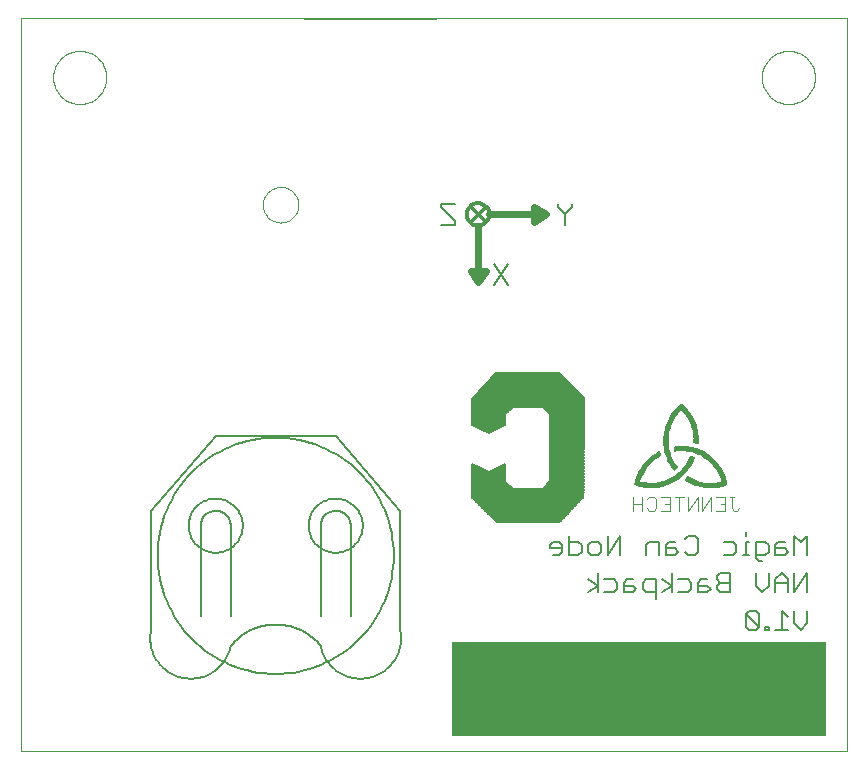
<source format=gbo>
G75*
G70*
%OFA0B0*%
%FSLAX24Y24*%
%IPPOS*%
%LPD*%
%AMOC8*
5,1,8,0,0,1.08239X$1,22.5*
%
%ADD10C,0.0000*%
%ADD11C,0.0240*%
%ADD12C,0.0120*%
%ADD13C,0.0060*%
%ADD14R,1.2500X0.3125*%
%ADD15C,0.0100*%
%ADD16C,0.0050*%
%ADD17C,0.0080*%
%ADD18C,0.0020*%
%ADD19C,0.0040*%
D10*
X000180Y000500D02*
X000180Y024909D01*
X027739Y024909D01*
X027739Y000500D01*
X000180Y000500D01*
X008254Y018697D02*
X008256Y018745D01*
X008262Y018793D01*
X008272Y018840D01*
X008285Y018886D01*
X008303Y018931D01*
X008323Y018975D01*
X008348Y019017D01*
X008376Y019056D01*
X008406Y019093D01*
X008440Y019127D01*
X008477Y019159D01*
X008515Y019188D01*
X008556Y019213D01*
X008599Y019235D01*
X008644Y019253D01*
X008690Y019267D01*
X008737Y019278D01*
X008785Y019285D01*
X008833Y019288D01*
X008881Y019287D01*
X008929Y019282D01*
X008977Y019273D01*
X009023Y019261D01*
X009068Y019244D01*
X009112Y019224D01*
X009154Y019201D01*
X009194Y019174D01*
X009232Y019144D01*
X009267Y019111D01*
X009299Y019075D01*
X009329Y019037D01*
X009355Y018996D01*
X009377Y018953D01*
X009397Y018909D01*
X009412Y018864D01*
X009424Y018817D01*
X009432Y018769D01*
X009436Y018721D01*
X009436Y018673D01*
X009432Y018625D01*
X009424Y018577D01*
X009412Y018530D01*
X009397Y018485D01*
X009377Y018441D01*
X009355Y018398D01*
X009329Y018357D01*
X009299Y018319D01*
X009267Y018283D01*
X009232Y018250D01*
X009194Y018220D01*
X009154Y018193D01*
X009112Y018170D01*
X009068Y018150D01*
X009023Y018133D01*
X008977Y018121D01*
X008929Y018112D01*
X008881Y018107D01*
X008833Y018106D01*
X008785Y018109D01*
X008737Y018116D01*
X008690Y018127D01*
X008644Y018141D01*
X008599Y018159D01*
X008556Y018181D01*
X008515Y018206D01*
X008477Y018235D01*
X008440Y018267D01*
X008406Y018301D01*
X008376Y018338D01*
X008348Y018377D01*
X008323Y018419D01*
X008303Y018463D01*
X008285Y018508D01*
X008272Y018554D01*
X008262Y018601D01*
X008256Y018649D01*
X008254Y018697D01*
X009637Y024875D02*
X014037Y024875D01*
X024885Y022941D02*
X024887Y023000D01*
X024893Y023059D01*
X024903Y023117D01*
X024916Y023175D01*
X024934Y023232D01*
X024955Y023287D01*
X024980Y023341D01*
X025009Y023393D01*
X025041Y023442D01*
X025076Y023490D01*
X025114Y023535D01*
X025155Y023578D01*
X025199Y023618D01*
X025245Y023654D01*
X025294Y023688D01*
X025345Y023718D01*
X025398Y023745D01*
X025453Y023768D01*
X025508Y023787D01*
X025566Y023803D01*
X025624Y023815D01*
X025682Y023823D01*
X025741Y023827D01*
X025801Y023827D01*
X025860Y023823D01*
X025918Y023815D01*
X025976Y023803D01*
X026034Y023787D01*
X026089Y023768D01*
X026144Y023745D01*
X026197Y023718D01*
X026248Y023688D01*
X026297Y023654D01*
X026343Y023618D01*
X026387Y023578D01*
X026428Y023535D01*
X026466Y023490D01*
X026501Y023442D01*
X026533Y023393D01*
X026562Y023341D01*
X026587Y023287D01*
X026608Y023232D01*
X026626Y023175D01*
X026639Y023117D01*
X026649Y023059D01*
X026655Y023000D01*
X026657Y022941D01*
X026655Y022882D01*
X026649Y022823D01*
X026639Y022765D01*
X026626Y022707D01*
X026608Y022650D01*
X026587Y022595D01*
X026562Y022541D01*
X026533Y022489D01*
X026501Y022440D01*
X026466Y022392D01*
X026428Y022347D01*
X026387Y022304D01*
X026343Y022264D01*
X026297Y022228D01*
X026248Y022194D01*
X026197Y022164D01*
X026144Y022137D01*
X026089Y022114D01*
X026034Y022095D01*
X025976Y022079D01*
X025918Y022067D01*
X025860Y022059D01*
X025801Y022055D01*
X025741Y022055D01*
X025682Y022059D01*
X025624Y022067D01*
X025566Y022079D01*
X025508Y022095D01*
X025453Y022114D01*
X025398Y022137D01*
X025345Y022164D01*
X025294Y022194D01*
X025245Y022228D01*
X025199Y022264D01*
X025155Y022304D01*
X025114Y022347D01*
X025076Y022392D01*
X025041Y022440D01*
X025009Y022489D01*
X024980Y022541D01*
X024955Y022595D01*
X024934Y022650D01*
X024916Y022707D01*
X024903Y022765D01*
X024893Y022823D01*
X024887Y022882D01*
X024885Y022941D01*
X001263Y022941D02*
X001265Y023000D01*
X001271Y023059D01*
X001281Y023117D01*
X001294Y023175D01*
X001312Y023232D01*
X001333Y023287D01*
X001358Y023341D01*
X001387Y023393D01*
X001419Y023442D01*
X001454Y023490D01*
X001492Y023535D01*
X001533Y023578D01*
X001577Y023618D01*
X001623Y023654D01*
X001672Y023688D01*
X001723Y023718D01*
X001776Y023745D01*
X001831Y023768D01*
X001886Y023787D01*
X001944Y023803D01*
X002002Y023815D01*
X002060Y023823D01*
X002119Y023827D01*
X002179Y023827D01*
X002238Y023823D01*
X002296Y023815D01*
X002354Y023803D01*
X002412Y023787D01*
X002467Y023768D01*
X002522Y023745D01*
X002575Y023718D01*
X002626Y023688D01*
X002675Y023654D01*
X002721Y023618D01*
X002765Y023578D01*
X002806Y023535D01*
X002844Y023490D01*
X002879Y023442D01*
X002911Y023393D01*
X002940Y023341D01*
X002965Y023287D01*
X002986Y023232D01*
X003004Y023175D01*
X003017Y023117D01*
X003027Y023059D01*
X003033Y023000D01*
X003035Y022941D01*
X003033Y022882D01*
X003027Y022823D01*
X003017Y022765D01*
X003004Y022707D01*
X002986Y022650D01*
X002965Y022595D01*
X002940Y022541D01*
X002911Y022489D01*
X002879Y022440D01*
X002844Y022392D01*
X002806Y022347D01*
X002765Y022304D01*
X002721Y022264D01*
X002675Y022228D01*
X002626Y022194D01*
X002575Y022164D01*
X002522Y022137D01*
X002467Y022114D01*
X002412Y022095D01*
X002354Y022079D01*
X002296Y022067D01*
X002238Y022059D01*
X002179Y022055D01*
X002119Y022055D01*
X002060Y022059D01*
X002002Y022067D01*
X001944Y022079D01*
X001886Y022095D01*
X001831Y022114D01*
X001776Y022137D01*
X001723Y022164D01*
X001672Y022194D01*
X001623Y022228D01*
X001577Y022264D01*
X001533Y022304D01*
X001492Y022347D01*
X001454Y022392D01*
X001419Y022440D01*
X001387Y022489D01*
X001358Y022541D01*
X001333Y022595D01*
X001312Y022650D01*
X001294Y022707D01*
X001281Y022765D01*
X001271Y022823D01*
X001265Y022882D01*
X001263Y022941D01*
D11*
X015180Y016500D02*
X015430Y016125D01*
X015430Y018000D01*
X015805Y018375D02*
X017680Y018375D01*
X017305Y018125D01*
X017305Y018625D01*
X017680Y018375D01*
X015680Y016500D02*
X015180Y016500D01*
X015430Y016125D02*
X015680Y016500D01*
D12*
X015055Y018375D02*
X015057Y018414D01*
X015063Y018452D01*
X015073Y018489D01*
X015086Y018525D01*
X015104Y018560D01*
X015124Y018592D01*
X015148Y018623D01*
X015175Y018650D01*
X015205Y018675D01*
X015237Y018696D01*
X015271Y018715D01*
X015307Y018729D01*
X015344Y018740D01*
X015382Y018747D01*
X015420Y018750D01*
X015459Y018749D01*
X015497Y018744D01*
X015535Y018735D01*
X015571Y018722D01*
X015606Y018706D01*
X015639Y018686D01*
X015670Y018663D01*
X015699Y018637D01*
X015724Y018608D01*
X015746Y018576D01*
X015765Y018543D01*
X015781Y018507D01*
X015793Y018471D01*
X015801Y018433D01*
X015805Y018394D01*
X015805Y018356D01*
X015801Y018317D01*
X015793Y018279D01*
X015781Y018243D01*
X015765Y018207D01*
X015746Y018174D01*
X015724Y018142D01*
X015699Y018113D01*
X015670Y018087D01*
X015639Y018064D01*
X015606Y018044D01*
X015571Y018028D01*
X015535Y018015D01*
X015497Y018006D01*
X015459Y018001D01*
X015420Y018000D01*
X015382Y018003D01*
X015344Y018010D01*
X015307Y018021D01*
X015271Y018035D01*
X015237Y018054D01*
X015205Y018075D01*
X015175Y018100D01*
X015148Y018127D01*
X015124Y018158D01*
X015104Y018190D01*
X015086Y018225D01*
X015073Y018261D01*
X015063Y018298D01*
X015057Y018336D01*
X015055Y018375D01*
D13*
X014650Y018147D02*
X014650Y018030D01*
X014183Y018030D01*
X014650Y018147D02*
X014183Y018614D01*
X014183Y018731D01*
X014650Y018731D01*
X015960Y016731D02*
X016427Y016030D01*
X015960Y016030D02*
X016427Y016731D01*
X018085Y018614D02*
X018319Y018380D01*
X018319Y018030D01*
X018319Y018380D02*
X018552Y018614D01*
X018552Y018731D01*
X018085Y018731D02*
X018085Y018614D01*
X024360Y007777D02*
X024360Y007671D01*
X024360Y007457D02*
X024360Y007030D01*
X024466Y007030D02*
X024253Y007030D01*
X024037Y007137D02*
X024037Y007350D01*
X023930Y007457D01*
X023610Y007457D01*
X023610Y007030D02*
X023930Y007030D01*
X024037Y007137D01*
X024360Y007457D02*
X024466Y007457D01*
X024684Y007457D02*
X024684Y006923D01*
X024791Y006816D01*
X024897Y006816D01*
X025004Y007030D02*
X024684Y007030D01*
X025004Y007030D02*
X025111Y007137D01*
X025111Y007350D01*
X025004Y007457D01*
X024684Y007457D01*
X025328Y007350D02*
X025328Y007030D01*
X025649Y007030D01*
X025755Y007137D01*
X025649Y007244D01*
X025328Y007244D01*
X025328Y007350D02*
X025435Y007457D01*
X025649Y007457D01*
X025973Y007671D02*
X025973Y007030D01*
X026186Y007457D02*
X025973Y007671D01*
X026186Y007457D02*
X026400Y007671D01*
X026400Y007030D01*
X026400Y006421D02*
X025973Y005780D01*
X025973Y006421D01*
X025755Y006207D02*
X025542Y006421D01*
X025328Y006207D01*
X025328Y005780D01*
X025111Y005994D02*
X024897Y005780D01*
X024684Y005994D01*
X024684Y006421D01*
X025111Y006421D02*
X025111Y005994D01*
X025328Y006100D02*
X025755Y006100D01*
X025755Y006207D02*
X025755Y005780D01*
X026400Y005780D02*
X026400Y006421D01*
X026400Y005171D02*
X026400Y004744D01*
X026186Y004530D01*
X025973Y004744D01*
X025973Y005171D01*
X025755Y004957D02*
X025542Y005171D01*
X025542Y004530D01*
X025755Y004530D02*
X025328Y004530D01*
X025111Y004530D02*
X025111Y004637D01*
X025004Y004637D01*
X025004Y004530D01*
X025111Y004530D01*
X024789Y004637D02*
X024362Y005064D01*
X024362Y004637D01*
X024468Y004530D01*
X024682Y004530D01*
X024789Y004637D01*
X024789Y005064D01*
X024682Y005171D01*
X024468Y005171D01*
X024362Y005064D01*
X023822Y005780D02*
X023502Y005780D01*
X023395Y005887D01*
X023395Y005994D01*
X023502Y006100D01*
X023822Y006100D01*
X023822Y005780D02*
X023822Y006421D01*
X023502Y006421D01*
X023395Y006314D01*
X023395Y006207D01*
X023502Y006100D01*
X023177Y005887D02*
X023070Y005994D01*
X022750Y005994D01*
X022750Y006100D02*
X022750Y005780D01*
X023070Y005780D01*
X023177Y005887D01*
X023070Y006207D02*
X022857Y006207D01*
X022750Y006100D01*
X022533Y006100D02*
X022533Y005887D01*
X022426Y005780D01*
X022106Y005780D01*
X021888Y005780D02*
X021888Y006421D01*
X022106Y006207D02*
X022426Y006207D01*
X022533Y006100D01*
X021888Y005994D02*
X021568Y006207D01*
X021351Y006207D02*
X021031Y006207D01*
X020924Y006100D01*
X020924Y005887D01*
X021031Y005780D01*
X021351Y005780D01*
X021351Y005566D02*
X021351Y006207D01*
X021568Y005780D02*
X021888Y005994D01*
X021996Y007030D02*
X021676Y007030D01*
X021676Y007350D01*
X021783Y007457D01*
X021996Y007457D01*
X021996Y007244D02*
X021676Y007244D01*
X021458Y007457D02*
X021458Y007030D01*
X021031Y007030D02*
X021031Y007350D01*
X021138Y007457D01*
X021458Y007457D01*
X021996Y007244D02*
X022103Y007137D01*
X021996Y007030D01*
X022321Y007137D02*
X022427Y007030D01*
X022641Y007030D01*
X022748Y007137D01*
X022748Y007564D01*
X022641Y007671D01*
X022427Y007671D01*
X022321Y007564D01*
X020600Y006207D02*
X020386Y006207D01*
X020279Y006100D01*
X020279Y005780D01*
X020600Y005780D01*
X020706Y005887D01*
X020600Y005994D01*
X020279Y005994D01*
X020062Y006100D02*
X020062Y005887D01*
X019955Y005780D01*
X019635Y005780D01*
X019417Y005780D02*
X019417Y006421D01*
X019635Y006207D02*
X019955Y006207D01*
X020062Y006100D01*
X019417Y005994D02*
X019097Y006207D01*
X019417Y005994D02*
X019097Y005780D01*
X019205Y007030D02*
X019098Y007137D01*
X019098Y007350D01*
X019205Y007457D01*
X019418Y007457D01*
X019525Y007350D01*
X019525Y007137D01*
X019418Y007030D01*
X019205Y007030D01*
X018880Y007137D02*
X018880Y007350D01*
X018773Y007457D01*
X018453Y007457D01*
X018453Y007671D02*
X018453Y007030D01*
X018773Y007030D01*
X018880Y007137D01*
X018236Y007137D02*
X018236Y007350D01*
X018129Y007457D01*
X017915Y007457D01*
X017809Y007350D01*
X017809Y007244D01*
X018236Y007244D01*
X018236Y007137D02*
X018129Y007030D01*
X017915Y007030D01*
X019742Y007030D02*
X019742Y007671D01*
X020169Y007671D02*
X019742Y007030D01*
X020169Y007030D02*
X020169Y007671D01*
D14*
X020805Y002563D03*
D15*
X015695Y018110D02*
X015165Y018640D01*
X015165Y018110D02*
X015695Y018640D01*
D16*
X016030Y013085D02*
X015210Y012235D01*
X015210Y011355D01*
X015780Y011105D01*
X016340Y011365D01*
X016340Y011735D01*
X016580Y011965D01*
X017580Y011965D01*
X017820Y011735D01*
X017820Y009475D01*
X017580Y009235D01*
X016580Y009235D01*
X016340Y009465D01*
X016340Y010055D01*
X015780Y009775D01*
X015220Y010055D01*
X015220Y008945D01*
X016060Y008115D01*
X018140Y008115D01*
X018940Y008965D01*
X018950Y012265D01*
X018130Y013085D01*
X016030Y013085D01*
X016007Y013062D02*
X018153Y013062D01*
X018202Y013013D02*
X015961Y013013D01*
X015914Y012965D02*
X018250Y012965D01*
X018299Y012916D02*
X015867Y012916D01*
X015820Y012868D02*
X018347Y012868D01*
X018396Y012819D02*
X015773Y012819D01*
X015727Y012771D02*
X018444Y012771D01*
X018493Y012722D02*
X015680Y012722D01*
X015633Y012674D02*
X018541Y012674D01*
X018590Y012625D02*
X015586Y012625D01*
X015540Y012577D02*
X018638Y012577D01*
X018687Y012528D02*
X015493Y012528D01*
X015446Y012480D02*
X018735Y012480D01*
X018784Y012431D02*
X015399Y012431D01*
X015352Y012383D02*
X018832Y012383D01*
X018881Y012334D02*
X015306Y012334D01*
X015259Y012286D02*
X018929Y012286D01*
X018950Y012237D02*
X015212Y012237D01*
X015210Y012189D02*
X018950Y012189D01*
X018950Y012140D02*
X015210Y012140D01*
X015210Y012092D02*
X018949Y012092D01*
X018949Y012043D02*
X015210Y012043D01*
X015210Y011995D02*
X018949Y011995D01*
X018949Y011946D02*
X017600Y011946D01*
X017650Y011898D02*
X018949Y011898D01*
X018949Y011849D02*
X017701Y011849D01*
X017752Y011801D02*
X018949Y011801D01*
X018948Y011752D02*
X017802Y011752D01*
X017820Y011704D02*
X018948Y011704D01*
X018948Y011655D02*
X017820Y011655D01*
X017820Y011607D02*
X018948Y011607D01*
X018948Y011558D02*
X017820Y011558D01*
X017820Y011510D02*
X018948Y011510D01*
X018948Y011461D02*
X017820Y011461D01*
X017820Y011413D02*
X018947Y011413D01*
X018947Y011364D02*
X017820Y011364D01*
X017820Y011316D02*
X018947Y011316D01*
X018947Y011267D02*
X017820Y011267D01*
X017820Y011219D02*
X018947Y011219D01*
X018947Y011170D02*
X017820Y011170D01*
X017820Y011122D02*
X018947Y011122D01*
X018946Y011073D02*
X017820Y011073D01*
X017820Y011025D02*
X018946Y011025D01*
X018946Y010976D02*
X017820Y010976D01*
X017820Y010928D02*
X018946Y010928D01*
X018946Y010879D02*
X017820Y010879D01*
X017820Y010831D02*
X018946Y010831D01*
X018946Y010782D02*
X017820Y010782D01*
X017820Y010734D02*
X018945Y010734D01*
X018945Y010685D02*
X017820Y010685D01*
X017820Y010637D02*
X018945Y010637D01*
X018945Y010588D02*
X017820Y010588D01*
X017820Y010540D02*
X018945Y010540D01*
X018945Y010491D02*
X017820Y010491D01*
X017820Y010443D02*
X018944Y010443D01*
X018944Y010394D02*
X017820Y010394D01*
X017820Y010346D02*
X018944Y010346D01*
X018944Y010297D02*
X017820Y010297D01*
X017820Y010249D02*
X018944Y010249D01*
X018944Y010200D02*
X017820Y010200D01*
X017820Y010152D02*
X018944Y010152D01*
X018943Y010103D02*
X017820Y010103D01*
X017820Y010055D02*
X018943Y010055D01*
X018943Y010006D02*
X017820Y010006D01*
X017820Y009958D02*
X018943Y009958D01*
X018943Y009909D02*
X017820Y009909D01*
X017820Y009861D02*
X018943Y009861D01*
X018943Y009812D02*
X017820Y009812D01*
X017820Y009764D02*
X018942Y009764D01*
X018942Y009715D02*
X017820Y009715D01*
X017820Y009667D02*
X018942Y009667D01*
X018942Y009618D02*
X017820Y009618D01*
X017820Y009570D02*
X018942Y009570D01*
X018942Y009521D02*
X017820Y009521D01*
X017818Y009473D02*
X018942Y009473D01*
X018941Y009424D02*
X017769Y009424D01*
X017721Y009376D02*
X018941Y009376D01*
X018941Y009327D02*
X017672Y009327D01*
X017624Y009279D02*
X018941Y009279D01*
X018941Y009230D02*
X015220Y009230D01*
X015220Y009182D02*
X018941Y009182D01*
X018941Y009133D02*
X015220Y009133D01*
X015220Y009085D02*
X018940Y009085D01*
X018940Y009036D02*
X015220Y009036D01*
X015220Y008988D02*
X018940Y008988D01*
X018916Y008939D02*
X015226Y008939D01*
X015275Y008891D02*
X018870Y008891D01*
X018824Y008842D02*
X015324Y008842D01*
X015373Y008794D02*
X018779Y008794D01*
X018733Y008745D02*
X015422Y008745D01*
X015471Y008697D02*
X018687Y008697D01*
X018642Y008648D02*
X015521Y008648D01*
X015570Y008600D02*
X018596Y008600D01*
X018550Y008551D02*
X015619Y008551D01*
X015668Y008503D02*
X018505Y008503D01*
X018459Y008454D02*
X015717Y008454D01*
X015766Y008406D02*
X018413Y008406D01*
X018368Y008357D02*
X015815Y008357D01*
X015864Y008309D02*
X018322Y008309D01*
X018277Y008260D02*
X015913Y008260D01*
X015962Y008212D02*
X018231Y008212D01*
X018185Y008163D02*
X016011Y008163D01*
X016535Y009279D02*
X015220Y009279D01*
X015220Y009327D02*
X016484Y009327D01*
X016433Y009376D02*
X015220Y009376D01*
X015220Y009424D02*
X016383Y009424D01*
X016340Y009473D02*
X015220Y009473D01*
X015220Y009521D02*
X016340Y009521D01*
X016340Y009570D02*
X015220Y009570D01*
X015220Y009618D02*
X016340Y009618D01*
X016340Y009667D02*
X015220Y009667D01*
X015220Y009715D02*
X016340Y009715D01*
X016340Y009764D02*
X015220Y009764D01*
X015220Y009812D02*
X015706Y009812D01*
X015609Y009861D02*
X015220Y009861D01*
X015220Y009909D02*
X015512Y009909D01*
X015415Y009958D02*
X015220Y009958D01*
X015220Y010006D02*
X015318Y010006D01*
X015221Y010055D02*
X015220Y010055D01*
X015854Y009812D02*
X016340Y009812D01*
X016340Y009861D02*
X015951Y009861D01*
X016048Y009909D02*
X016340Y009909D01*
X016340Y009958D02*
X016145Y009958D01*
X016242Y010006D02*
X016340Y010006D01*
X016339Y010055D02*
X016340Y010055D01*
X015816Y011122D02*
X015742Y011122D01*
X015632Y011170D02*
X015920Y011170D01*
X016025Y011219D02*
X015521Y011219D01*
X015411Y011267D02*
X016129Y011267D01*
X016234Y011316D02*
X015300Y011316D01*
X015210Y011364D02*
X016338Y011364D01*
X016340Y011413D02*
X015210Y011413D01*
X015210Y011461D02*
X016340Y011461D01*
X016340Y011510D02*
X015210Y011510D01*
X015210Y011558D02*
X016340Y011558D01*
X016340Y011607D02*
X015210Y011607D01*
X015210Y011655D02*
X016340Y011655D01*
X016340Y011704D02*
X015210Y011704D01*
X015210Y011752D02*
X016358Y011752D01*
X016408Y011801D02*
X015210Y011801D01*
X015210Y011849D02*
X016459Y011849D01*
X016510Y011898D02*
X015210Y011898D01*
X015210Y011946D02*
X016560Y011946D01*
X012835Y008500D02*
X012835Y004500D01*
X012836Y004500D02*
X012847Y004429D01*
X012855Y004358D01*
X012859Y004286D01*
X012859Y004214D01*
X012855Y004142D01*
X012847Y004070D01*
X012836Y003999D01*
X012820Y003929D01*
X012801Y003860D01*
X012779Y003791D01*
X012753Y003724D01*
X012723Y003659D01*
X012690Y003595D01*
X012653Y003533D01*
X012613Y003473D01*
X012570Y003416D01*
X012525Y003360D01*
X012476Y003307D01*
X012424Y003257D01*
X012370Y003210D01*
X012313Y003165D01*
X012255Y003124D01*
X012194Y003086D01*
X012131Y003051D01*
X012066Y003020D01*
X012000Y002992D01*
X011932Y002967D01*
X011863Y002947D01*
X011793Y002929D01*
X011723Y002916D01*
X011651Y002907D01*
X011580Y002901D01*
X011508Y002899D01*
X011436Y002901D01*
X011364Y002907D01*
X011293Y002916D01*
X011222Y002930D01*
X011152Y002947D01*
X011083Y002967D01*
X011016Y002992D01*
X010949Y003020D01*
X010885Y003051D01*
X010822Y003086D01*
X010761Y003124D01*
X010702Y003166D01*
X010645Y003210D01*
X010591Y003258D01*
X010540Y003308D01*
X010491Y003361D01*
X010445Y003416D01*
X010402Y003474D01*
X010363Y003534D01*
X010326Y003596D01*
X010293Y003660D01*
X010263Y003725D01*
X010237Y003792D01*
X010214Y003860D01*
X010195Y003930D01*
X010180Y004000D01*
X010180Y005000D02*
X010180Y008000D01*
X009779Y008000D02*
X009781Y008060D01*
X009787Y008119D01*
X009797Y008178D01*
X009810Y008236D01*
X009828Y008293D01*
X009849Y008348D01*
X009874Y008402D01*
X009902Y008455D01*
X009934Y008505D01*
X009969Y008553D01*
X010007Y008599D01*
X010048Y008642D01*
X010092Y008683D01*
X010138Y008720D01*
X010187Y008754D01*
X010238Y008785D01*
X010291Y008813D01*
X010346Y008837D01*
X010402Y008857D01*
X010459Y008873D01*
X010517Y008886D01*
X010576Y008895D01*
X010635Y008900D01*
X010695Y008901D01*
X010754Y008898D01*
X010814Y008891D01*
X010872Y008880D01*
X010930Y008866D01*
X010987Y008847D01*
X011042Y008825D01*
X011096Y008799D01*
X011148Y008770D01*
X011197Y008738D01*
X011245Y008702D01*
X011290Y008663D01*
X011333Y008621D01*
X011372Y008577D01*
X011409Y008530D01*
X011442Y008480D01*
X011472Y008429D01*
X011499Y008376D01*
X011522Y008321D01*
X011541Y008264D01*
X011557Y008207D01*
X011569Y008148D01*
X011577Y008089D01*
X011581Y008030D01*
X011581Y007970D01*
X011577Y007911D01*
X011569Y007852D01*
X011557Y007793D01*
X011541Y007736D01*
X011522Y007679D01*
X011499Y007624D01*
X011472Y007571D01*
X011442Y007520D01*
X011409Y007470D01*
X011372Y007423D01*
X011333Y007379D01*
X011290Y007337D01*
X011245Y007298D01*
X011197Y007262D01*
X011148Y007230D01*
X011096Y007201D01*
X011042Y007175D01*
X010987Y007153D01*
X010930Y007134D01*
X010872Y007120D01*
X010814Y007109D01*
X010754Y007102D01*
X010695Y007099D01*
X010635Y007100D01*
X010576Y007105D01*
X010517Y007114D01*
X010459Y007127D01*
X010402Y007143D01*
X010346Y007163D01*
X010291Y007187D01*
X010238Y007215D01*
X010187Y007246D01*
X010138Y007280D01*
X010092Y007317D01*
X010048Y007358D01*
X010007Y007401D01*
X009969Y007447D01*
X009934Y007495D01*
X009902Y007545D01*
X009874Y007598D01*
X009849Y007652D01*
X009828Y007707D01*
X009810Y007764D01*
X009797Y007822D01*
X009787Y007881D01*
X009781Y007940D01*
X009779Y008000D01*
X010180Y008000D02*
X010182Y008044D01*
X010188Y008087D01*
X010197Y008129D01*
X010210Y008171D01*
X010227Y008211D01*
X010247Y008250D01*
X010270Y008287D01*
X010297Y008321D01*
X010326Y008354D01*
X010359Y008383D01*
X010393Y008410D01*
X010430Y008433D01*
X010469Y008453D01*
X010509Y008470D01*
X010551Y008483D01*
X010593Y008492D01*
X010636Y008498D01*
X010680Y008500D01*
X010724Y008498D01*
X010767Y008492D01*
X010809Y008483D01*
X010851Y008470D01*
X010891Y008453D01*
X010930Y008433D01*
X010967Y008410D01*
X011001Y008383D01*
X011034Y008354D01*
X011063Y008321D01*
X011090Y008287D01*
X011113Y008250D01*
X011133Y008211D01*
X011150Y008171D01*
X011163Y008129D01*
X011172Y008087D01*
X011178Y008044D01*
X011180Y008000D01*
X011180Y005000D01*
X010180Y004000D02*
X010118Y004072D01*
X010052Y004140D01*
X009982Y004205D01*
X009910Y004267D01*
X009835Y004325D01*
X009757Y004379D01*
X009676Y004430D01*
X009593Y004476D01*
X009508Y004519D01*
X009421Y004557D01*
X009333Y004591D01*
X009242Y004620D01*
X009151Y004645D01*
X009058Y004666D01*
X008964Y004682D01*
X008870Y004694D01*
X008775Y004701D01*
X008680Y004703D01*
X008585Y004701D01*
X008490Y004694D01*
X008396Y004682D01*
X008302Y004666D01*
X008209Y004645D01*
X008118Y004620D01*
X008027Y004591D01*
X007939Y004557D01*
X007852Y004519D01*
X007767Y004476D01*
X007684Y004430D01*
X007603Y004379D01*
X007525Y004325D01*
X007450Y004267D01*
X007378Y004205D01*
X007308Y004140D01*
X007242Y004072D01*
X007180Y004000D01*
X007180Y005000D02*
X007180Y008000D01*
X005779Y008000D02*
X005781Y008060D01*
X005787Y008119D01*
X005797Y008178D01*
X005810Y008236D01*
X005828Y008293D01*
X005849Y008348D01*
X005874Y008402D01*
X005902Y008455D01*
X005934Y008505D01*
X005969Y008553D01*
X006007Y008599D01*
X006048Y008642D01*
X006092Y008683D01*
X006138Y008720D01*
X006187Y008754D01*
X006238Y008785D01*
X006291Y008813D01*
X006346Y008837D01*
X006402Y008857D01*
X006459Y008873D01*
X006517Y008886D01*
X006576Y008895D01*
X006635Y008900D01*
X006695Y008901D01*
X006754Y008898D01*
X006814Y008891D01*
X006872Y008880D01*
X006930Y008866D01*
X006987Y008847D01*
X007042Y008825D01*
X007096Y008799D01*
X007148Y008770D01*
X007197Y008738D01*
X007245Y008702D01*
X007290Y008663D01*
X007333Y008621D01*
X007372Y008577D01*
X007409Y008530D01*
X007442Y008480D01*
X007472Y008429D01*
X007499Y008376D01*
X007522Y008321D01*
X007541Y008264D01*
X007557Y008207D01*
X007569Y008148D01*
X007577Y008089D01*
X007581Y008030D01*
X007581Y007970D01*
X007577Y007911D01*
X007569Y007852D01*
X007557Y007793D01*
X007541Y007736D01*
X007522Y007679D01*
X007499Y007624D01*
X007472Y007571D01*
X007442Y007520D01*
X007409Y007470D01*
X007372Y007423D01*
X007333Y007379D01*
X007290Y007337D01*
X007245Y007298D01*
X007197Y007262D01*
X007148Y007230D01*
X007096Y007201D01*
X007042Y007175D01*
X006987Y007153D01*
X006930Y007134D01*
X006872Y007120D01*
X006814Y007109D01*
X006754Y007102D01*
X006695Y007099D01*
X006635Y007100D01*
X006576Y007105D01*
X006517Y007114D01*
X006459Y007127D01*
X006402Y007143D01*
X006346Y007163D01*
X006291Y007187D01*
X006238Y007215D01*
X006187Y007246D01*
X006138Y007280D01*
X006092Y007317D01*
X006048Y007358D01*
X006007Y007401D01*
X005969Y007447D01*
X005934Y007495D01*
X005902Y007545D01*
X005874Y007598D01*
X005849Y007652D01*
X005828Y007707D01*
X005810Y007764D01*
X005797Y007822D01*
X005787Y007881D01*
X005781Y007940D01*
X005779Y008000D01*
X006180Y008000D02*
X006180Y005000D01*
X007180Y004000D02*
X007165Y003930D01*
X007146Y003860D01*
X007123Y003792D01*
X007097Y003725D01*
X007067Y003660D01*
X007034Y003596D01*
X006997Y003534D01*
X006958Y003474D01*
X006915Y003416D01*
X006869Y003361D01*
X006820Y003308D01*
X006769Y003258D01*
X006715Y003210D01*
X006658Y003166D01*
X006599Y003124D01*
X006538Y003086D01*
X006475Y003051D01*
X006411Y003020D01*
X006344Y002992D01*
X006277Y002967D01*
X006208Y002947D01*
X006138Y002930D01*
X006067Y002916D01*
X005996Y002907D01*
X005924Y002901D01*
X005852Y002899D01*
X005780Y002901D01*
X005709Y002907D01*
X005637Y002916D01*
X005567Y002929D01*
X005497Y002947D01*
X005428Y002967D01*
X005360Y002992D01*
X005294Y003020D01*
X005229Y003051D01*
X005166Y003086D01*
X005105Y003124D01*
X005047Y003165D01*
X004990Y003210D01*
X004936Y003257D01*
X004884Y003307D01*
X004835Y003360D01*
X004790Y003416D01*
X004747Y003473D01*
X004707Y003533D01*
X004670Y003595D01*
X004637Y003659D01*
X004607Y003724D01*
X004581Y003791D01*
X004559Y003860D01*
X004540Y003929D01*
X004524Y003999D01*
X004513Y004070D01*
X004505Y004142D01*
X004501Y004214D01*
X004501Y004286D01*
X004505Y004358D01*
X004513Y004429D01*
X004524Y004500D01*
X004525Y004500D02*
X004525Y008500D01*
X006680Y011000D01*
X010680Y011000D01*
X012835Y008500D01*
X007180Y008000D02*
X007178Y008044D01*
X007172Y008087D01*
X007163Y008129D01*
X007150Y008171D01*
X007133Y008211D01*
X007113Y008250D01*
X007090Y008287D01*
X007063Y008321D01*
X007034Y008354D01*
X007001Y008383D01*
X006967Y008410D01*
X006930Y008433D01*
X006891Y008453D01*
X006851Y008470D01*
X006809Y008483D01*
X006767Y008492D01*
X006724Y008498D01*
X006680Y008500D01*
X006636Y008498D01*
X006593Y008492D01*
X006551Y008483D01*
X006509Y008470D01*
X006469Y008453D01*
X006430Y008433D01*
X006393Y008410D01*
X006359Y008383D01*
X006326Y008354D01*
X006297Y008321D01*
X006270Y008287D01*
X006247Y008250D01*
X006227Y008211D01*
X006210Y008171D01*
X006197Y008129D01*
X006188Y008087D01*
X006182Y008044D01*
X006180Y008000D01*
D17*
X004743Y007000D02*
X004748Y007193D01*
X004762Y007386D01*
X004786Y007578D01*
X004819Y007768D01*
X004861Y007957D01*
X004913Y008143D01*
X004973Y008326D01*
X005043Y008507D01*
X005121Y008683D01*
X005208Y008856D01*
X005303Y009024D01*
X005407Y009187D01*
X005518Y009345D01*
X005637Y009498D01*
X005763Y009644D01*
X005896Y009784D01*
X006036Y009917D01*
X006182Y010043D01*
X006335Y010162D01*
X006493Y010273D01*
X006656Y010377D01*
X006824Y010472D01*
X006997Y010559D01*
X007173Y010637D01*
X007354Y010707D01*
X007537Y010767D01*
X007723Y010819D01*
X007912Y010861D01*
X008102Y010894D01*
X008294Y010918D01*
X008487Y010932D01*
X008680Y010937D01*
X008873Y010932D01*
X009066Y010918D01*
X009258Y010894D01*
X009448Y010861D01*
X009637Y010819D01*
X009823Y010767D01*
X010006Y010707D01*
X010187Y010637D01*
X010363Y010559D01*
X010536Y010472D01*
X010704Y010377D01*
X010867Y010273D01*
X011025Y010162D01*
X011178Y010043D01*
X011324Y009917D01*
X011464Y009784D01*
X011597Y009644D01*
X011723Y009498D01*
X011842Y009345D01*
X011953Y009187D01*
X012057Y009024D01*
X012152Y008856D01*
X012239Y008683D01*
X012317Y008507D01*
X012387Y008326D01*
X012447Y008143D01*
X012499Y007957D01*
X012541Y007768D01*
X012574Y007578D01*
X012598Y007386D01*
X012612Y007193D01*
X012617Y007000D01*
X012612Y006807D01*
X012598Y006614D01*
X012574Y006422D01*
X012541Y006232D01*
X012499Y006043D01*
X012447Y005857D01*
X012387Y005674D01*
X012317Y005493D01*
X012239Y005317D01*
X012152Y005144D01*
X012057Y004976D01*
X011953Y004813D01*
X011842Y004655D01*
X011723Y004502D01*
X011597Y004356D01*
X011464Y004216D01*
X011324Y004083D01*
X011178Y003957D01*
X011025Y003838D01*
X010867Y003727D01*
X010704Y003623D01*
X010536Y003528D01*
X010363Y003441D01*
X010187Y003363D01*
X010006Y003293D01*
X009823Y003233D01*
X009637Y003181D01*
X009448Y003139D01*
X009258Y003106D01*
X009066Y003082D01*
X008873Y003068D01*
X008680Y003063D01*
X008487Y003068D01*
X008294Y003082D01*
X008102Y003106D01*
X007912Y003139D01*
X007723Y003181D01*
X007537Y003233D01*
X007354Y003293D01*
X007173Y003363D01*
X006997Y003441D01*
X006824Y003528D01*
X006656Y003623D01*
X006493Y003727D01*
X006335Y003838D01*
X006182Y003957D01*
X006036Y004083D01*
X005896Y004216D01*
X005763Y004356D01*
X005637Y004502D01*
X005518Y004655D01*
X005407Y004813D01*
X005303Y004976D01*
X005208Y005144D01*
X005121Y005317D01*
X005043Y005493D01*
X004973Y005674D01*
X004913Y005857D01*
X004861Y006043D01*
X004819Y006232D01*
X004786Y006422D01*
X004762Y006614D01*
X004748Y006807D01*
X004743Y007000D01*
D18*
X020646Y009382D02*
X020696Y009513D01*
X020695Y009512D02*
X020764Y009489D01*
X020834Y009469D01*
X020905Y009453D01*
X020977Y009441D01*
X021049Y009432D01*
X021122Y009427D01*
X021195Y009426D01*
X021268Y009429D01*
X021340Y009435D01*
X021412Y009445D01*
X021484Y009459D01*
X021554Y009477D01*
X021624Y009498D01*
X021693Y009523D01*
X021760Y009551D01*
X021825Y009583D01*
X021889Y009618D01*
X021951Y009656D01*
X022011Y009698D01*
X022068Y009743D01*
X022124Y009790D01*
X022176Y009840D01*
X022226Y009893D01*
X022273Y009949D01*
X022318Y010007D01*
X022359Y010067D01*
X022397Y010129D01*
X022432Y010193D01*
X022463Y010258D01*
X022491Y010326D01*
X022621Y010277D01*
X022622Y010276D01*
X022592Y010205D01*
X022559Y010135D01*
X022522Y010066D01*
X022482Y010000D01*
X022439Y009935D01*
X022392Y009873D01*
X022343Y009814D01*
X022290Y009757D01*
X022235Y009702D01*
X022177Y009651D01*
X022117Y009602D01*
X022054Y009557D01*
X021989Y009515D01*
X021922Y009476D01*
X021853Y009440D01*
X021782Y009408D01*
X021710Y009380D01*
X021636Y009355D01*
X021562Y009334D01*
X021486Y009317D01*
X021410Y009303D01*
X021333Y009294D01*
X021255Y009288D01*
X021178Y009286D01*
X021100Y009288D01*
X021023Y009294D01*
X020946Y009304D01*
X020869Y009318D01*
X020794Y009335D01*
X020719Y009356D01*
X020646Y009381D01*
X020652Y009398D01*
X020725Y009373D01*
X020799Y009352D01*
X020873Y009335D01*
X020949Y009322D01*
X021025Y009312D01*
X021101Y009306D01*
X021178Y009304D01*
X021254Y009306D01*
X021331Y009311D01*
X021407Y009321D01*
X021482Y009334D01*
X021557Y009351D01*
X021631Y009372D01*
X021704Y009397D01*
X021775Y009425D01*
X021845Y009456D01*
X021913Y009491D01*
X021979Y009530D01*
X022043Y009572D01*
X022106Y009617D01*
X022165Y009664D01*
X022223Y009715D01*
X022277Y009769D01*
X022329Y009826D01*
X022378Y009885D01*
X022424Y009946D01*
X022467Y010009D01*
X022507Y010075D01*
X022543Y010143D01*
X022576Y010212D01*
X022605Y010283D01*
X022588Y010289D01*
X022559Y010219D01*
X022527Y010151D01*
X022491Y010084D01*
X022452Y010019D01*
X022410Y009956D01*
X022364Y009896D01*
X022316Y009837D01*
X022264Y009782D01*
X022210Y009729D01*
X022154Y009678D01*
X022095Y009631D01*
X022033Y009586D01*
X021970Y009545D01*
X021904Y009507D01*
X021837Y009472D01*
X021768Y009441D01*
X021697Y009413D01*
X021626Y009389D01*
X021553Y009369D01*
X021479Y009352D01*
X021404Y009339D01*
X021329Y009329D01*
X021254Y009324D01*
X021178Y009322D01*
X021102Y009324D01*
X021027Y009330D01*
X020951Y009339D01*
X020877Y009353D01*
X020803Y009370D01*
X020730Y009391D01*
X020659Y009415D01*
X020665Y009432D01*
X020736Y009408D01*
X020808Y009387D01*
X020881Y009370D01*
X020954Y009357D01*
X021029Y009348D01*
X021103Y009342D01*
X021178Y009340D01*
X021253Y009342D01*
X021327Y009347D01*
X021402Y009357D01*
X021475Y009370D01*
X021548Y009386D01*
X021620Y009407D01*
X021691Y009430D01*
X021761Y009458D01*
X021829Y009489D01*
X021896Y009523D01*
X021960Y009560D01*
X022023Y009601D01*
X022084Y009645D01*
X022142Y009692D01*
X022198Y009742D01*
X022251Y009794D01*
X022302Y009849D01*
X022350Y009907D01*
X022395Y009967D01*
X022437Y010029D01*
X022475Y010093D01*
X022511Y010159D01*
X022543Y010226D01*
X022571Y010295D01*
X022555Y010302D01*
X022525Y010231D01*
X022492Y010162D01*
X022456Y010095D01*
X022416Y010030D01*
X022373Y009967D01*
X022327Y009906D01*
X022277Y009848D01*
X022225Y009793D01*
X022169Y009740D01*
X022111Y009690D01*
X022051Y009643D01*
X021988Y009600D01*
X021923Y009559D01*
X021856Y009523D01*
X021788Y009489D01*
X021717Y009460D01*
X021646Y009434D01*
X021572Y009411D01*
X021498Y009393D01*
X021423Y009378D01*
X021348Y009368D01*
X021272Y009361D01*
X021195Y009358D01*
X021119Y009359D01*
X021043Y009364D01*
X020967Y009374D01*
X020892Y009387D01*
X020817Y009403D01*
X020744Y009424D01*
X020671Y009449D01*
X020678Y009466D01*
X020749Y009441D01*
X020822Y009421D01*
X020895Y009404D01*
X020970Y009391D01*
X021044Y009382D01*
X021120Y009377D01*
X021195Y009376D01*
X021271Y009379D01*
X021346Y009385D01*
X021420Y009396D01*
X021494Y009410D01*
X021568Y009429D01*
X021640Y009451D01*
X021711Y009476D01*
X021780Y009506D01*
X021848Y009539D01*
X021914Y009575D01*
X021978Y009615D01*
X022040Y009658D01*
X022100Y009704D01*
X022157Y009753D01*
X022212Y009805D01*
X022264Y009860D01*
X022312Y009917D01*
X022358Y009977D01*
X022401Y010040D01*
X022440Y010104D01*
X022476Y010170D01*
X022509Y010238D01*
X022538Y010308D01*
X022521Y010314D01*
X022492Y010246D01*
X022460Y010178D01*
X022425Y010113D01*
X022386Y010049D01*
X022344Y009988D01*
X022298Y009929D01*
X022250Y009872D01*
X022199Y009818D01*
X022145Y009766D01*
X022089Y009718D01*
X022030Y009672D01*
X021969Y009630D01*
X021905Y009590D01*
X021840Y009555D01*
X021773Y009522D01*
X021704Y009493D01*
X021634Y009468D01*
X021563Y009446D01*
X021491Y009428D01*
X021417Y009414D01*
X021344Y009403D01*
X021270Y009397D01*
X021195Y009394D01*
X021121Y009395D01*
X021046Y009400D01*
X020972Y009409D01*
X020899Y009422D01*
X020826Y009438D01*
X020754Y009458D01*
X020684Y009482D01*
X020690Y009499D01*
X020760Y009476D01*
X020831Y009456D01*
X020902Y009439D01*
X020975Y009427D01*
X021048Y009418D01*
X021121Y009413D01*
X021195Y009412D01*
X021268Y009415D01*
X021342Y009421D01*
X021415Y009432D01*
X021487Y009446D01*
X021558Y009463D01*
X021629Y009485D01*
X021698Y009510D01*
X021765Y009538D01*
X021832Y009570D01*
X021896Y009606D01*
X021959Y009645D01*
X022019Y009687D01*
X022077Y009732D01*
X022133Y009780D01*
X022186Y009830D01*
X022237Y009884D01*
X022284Y009940D01*
X022329Y009998D01*
X022371Y010059D01*
X022409Y010122D01*
X022444Y010186D01*
X022476Y010253D01*
X022504Y010321D01*
X022326Y009531D02*
X022404Y009647D01*
X022403Y009647D02*
X022464Y009609D01*
X022528Y009574D01*
X022593Y009543D01*
X022659Y009515D01*
X022727Y009491D01*
X022797Y009470D01*
X022867Y009453D01*
X022938Y009439D01*
X023009Y009430D01*
X023081Y009424D01*
X023154Y009422D01*
X023226Y009424D01*
X023298Y009429D01*
X023369Y009439D01*
X023440Y009452D01*
X023511Y009469D01*
X023580Y009489D01*
X023648Y009513D01*
X023698Y009383D01*
X023699Y009383D01*
X023628Y009357D01*
X023556Y009336D01*
X023482Y009318D01*
X023408Y009303D01*
X023333Y009292D01*
X023258Y009285D01*
X023183Y009282D01*
X023107Y009283D01*
X023032Y009287D01*
X022957Y009295D01*
X022882Y009307D01*
X022808Y009322D01*
X022735Y009342D01*
X022663Y009364D01*
X022593Y009391D01*
X022523Y009420D01*
X022456Y009454D01*
X022390Y009490D01*
X022325Y009530D01*
X022335Y009545D01*
X022399Y009506D01*
X022464Y009470D01*
X022531Y009437D01*
X022600Y009407D01*
X022669Y009381D01*
X022741Y009359D01*
X022813Y009340D01*
X022886Y009325D01*
X022959Y009313D01*
X023033Y009305D01*
X023108Y009301D01*
X023182Y009300D01*
X023257Y009303D01*
X023331Y009310D01*
X023405Y009321D01*
X023478Y009335D01*
X023551Y009353D01*
X023622Y009374D01*
X023692Y009399D01*
X023686Y009416D01*
X023616Y009392D01*
X023546Y009370D01*
X023474Y009353D01*
X023402Y009339D01*
X023329Y009328D01*
X023256Y009321D01*
X023182Y009318D01*
X023108Y009319D01*
X023035Y009323D01*
X022962Y009331D01*
X022889Y009342D01*
X022817Y009357D01*
X022746Y009376D01*
X022675Y009398D01*
X022606Y009424D01*
X022539Y009453D01*
X022472Y009486D01*
X022408Y009521D01*
X022345Y009560D01*
X022355Y009575D01*
X022417Y009537D01*
X022481Y009501D01*
X022546Y009469D01*
X022613Y009441D01*
X022681Y009415D01*
X022751Y009393D01*
X022821Y009375D01*
X022892Y009360D01*
X022964Y009349D01*
X023036Y009341D01*
X023109Y009337D01*
X023182Y009336D01*
X023254Y009339D01*
X023327Y009346D01*
X023399Y009356D01*
X023470Y009370D01*
X023541Y009388D01*
X023611Y009409D01*
X023679Y009433D01*
X023673Y009450D01*
X023605Y009426D01*
X023536Y009405D01*
X023466Y009388D01*
X023396Y009374D01*
X023325Y009364D01*
X023253Y009357D01*
X023181Y009354D01*
X023110Y009355D01*
X023038Y009359D01*
X022966Y009367D01*
X022895Y009378D01*
X022825Y009392D01*
X022756Y009411D01*
X022687Y009432D01*
X022620Y009457D01*
X022554Y009486D01*
X022489Y009517D01*
X022426Y009552D01*
X022365Y009590D01*
X022375Y009605D01*
X022439Y009566D01*
X022505Y009530D01*
X022572Y009497D01*
X022641Y009468D01*
X022712Y009443D01*
X022783Y009422D01*
X022856Y009404D01*
X022930Y009390D01*
X023004Y009380D01*
X023079Y009374D01*
X023153Y009372D01*
X023228Y009374D01*
X023303Y009380D01*
X023377Y009389D01*
X023451Y009403D01*
X023524Y009420D01*
X023596Y009442D01*
X023666Y009467D01*
X023660Y009483D01*
X023590Y009459D01*
X023519Y009438D01*
X023447Y009420D01*
X023374Y009407D01*
X023301Y009398D01*
X023227Y009392D01*
X023153Y009390D01*
X023080Y009392D01*
X023006Y009398D01*
X022933Y009408D01*
X022860Y009422D01*
X022788Y009439D01*
X022717Y009460D01*
X022648Y009485D01*
X022580Y009514D01*
X022513Y009546D01*
X022448Y009581D01*
X022385Y009620D01*
X022395Y009635D01*
X022457Y009597D01*
X022521Y009562D01*
X022587Y009530D01*
X022654Y009502D01*
X022723Y009477D01*
X022793Y009456D01*
X022864Y009439D01*
X022936Y009426D01*
X023008Y009416D01*
X023081Y009410D01*
X023154Y009408D01*
X023226Y009410D01*
X023299Y009415D01*
X023372Y009425D01*
X023443Y009438D01*
X023514Y009455D01*
X023584Y009476D01*
X023653Y009500D01*
X022172Y012062D02*
X022260Y011953D01*
X022260Y011954D02*
X022204Y011905D01*
X022151Y011853D01*
X022100Y011799D01*
X022053Y011742D01*
X022008Y011682D01*
X021966Y011621D01*
X021928Y011557D01*
X021893Y011491D01*
X021862Y011424D01*
X021834Y011355D01*
X021809Y011285D01*
X021788Y011214D01*
X021771Y011141D01*
X021758Y011068D01*
X021749Y010995D01*
X021743Y010921D01*
X021741Y010846D01*
X021743Y010772D01*
X021749Y010698D01*
X021758Y010624D01*
X021772Y010551D01*
X021789Y010479D01*
X021810Y010408D01*
X021834Y010337D01*
X021862Y010269D01*
X021894Y010201D01*
X021929Y010136D01*
X021967Y010072D01*
X022009Y010011D01*
X022053Y009951D01*
X021945Y009864D01*
X021944Y009863D01*
X021897Y009926D01*
X021852Y009992D01*
X021811Y010059D01*
X021774Y010129D01*
X021740Y010200D01*
X021709Y010273D01*
X021682Y010347D01*
X021659Y010422D01*
X021640Y010499D01*
X021624Y010576D01*
X021613Y010654D01*
X021605Y010733D01*
X021601Y010812D01*
X021602Y010891D01*
X021606Y010970D01*
X021614Y011048D01*
X021626Y011126D01*
X021642Y011204D01*
X021661Y011280D01*
X021685Y011355D01*
X021712Y011429D01*
X021743Y011502D01*
X021778Y011573D01*
X021816Y011642D01*
X021857Y011710D01*
X021902Y011775D01*
X021950Y011837D01*
X022001Y011898D01*
X022055Y011955D01*
X022112Y012010D01*
X022171Y012062D01*
X022182Y012048D01*
X022124Y011997D01*
X022068Y011943D01*
X022014Y011886D01*
X021964Y011826D01*
X021916Y011764D01*
X021872Y011700D01*
X021831Y011633D01*
X021794Y011565D01*
X021760Y011495D01*
X021729Y011423D01*
X021702Y011350D01*
X021679Y011275D01*
X021659Y011199D01*
X021644Y011123D01*
X021632Y011046D01*
X021624Y010968D01*
X021620Y010890D01*
X021619Y010812D01*
X021623Y010734D01*
X021631Y010657D01*
X021642Y010579D01*
X021657Y010503D01*
X021676Y010427D01*
X021699Y010353D01*
X021726Y010279D01*
X021756Y010207D01*
X021790Y010137D01*
X021827Y010068D01*
X021868Y010002D01*
X021911Y009937D01*
X021958Y009875D01*
X021973Y009886D01*
X021926Y009948D01*
X021883Y010011D01*
X021843Y010077D01*
X021806Y010145D01*
X021772Y010215D01*
X021743Y010286D01*
X021716Y010358D01*
X021694Y010432D01*
X021675Y010507D01*
X021660Y010583D01*
X021649Y010659D01*
X021641Y010736D01*
X021637Y010813D01*
X021638Y010890D01*
X021642Y010967D01*
X021650Y011044D01*
X021661Y011120D01*
X021677Y011195D01*
X021696Y011270D01*
X021719Y011344D01*
X021746Y011416D01*
X021776Y011487D01*
X021810Y011556D01*
X021847Y011624D01*
X021887Y011690D01*
X021931Y011753D01*
X021978Y011815D01*
X022028Y011874D01*
X022080Y011930D01*
X022136Y011983D01*
X022194Y012034D01*
X022205Y012020D01*
X022148Y011970D01*
X022093Y011917D01*
X022041Y011861D01*
X021992Y011803D01*
X021946Y011743D01*
X021902Y011680D01*
X021862Y011615D01*
X021826Y011548D01*
X021792Y011480D01*
X021762Y011409D01*
X021736Y011338D01*
X021713Y011265D01*
X021694Y011191D01*
X021679Y011117D01*
X021667Y011041D01*
X021660Y010965D01*
X021656Y010889D01*
X021655Y010813D01*
X021659Y010737D01*
X021666Y010661D01*
X021678Y010586D01*
X021692Y010511D01*
X021711Y010437D01*
X021733Y010364D01*
X021759Y010292D01*
X021789Y010222D01*
X021822Y010153D01*
X021858Y010086D01*
X021898Y010021D01*
X021941Y009958D01*
X021987Y009897D01*
X022001Y009909D01*
X021955Y009969D01*
X021913Y010031D01*
X021874Y010095D01*
X021838Y010162D01*
X021805Y010230D01*
X021776Y010299D01*
X021750Y010370D01*
X021728Y010442D01*
X021710Y010515D01*
X021695Y010589D01*
X021684Y010663D01*
X021677Y010738D01*
X021673Y010814D01*
X021674Y010889D01*
X021678Y010964D01*
X021685Y011039D01*
X021697Y011113D01*
X021712Y011187D01*
X021731Y011260D01*
X021753Y011332D01*
X021779Y011403D01*
X021809Y011472D01*
X021842Y011540D01*
X021878Y011606D01*
X021917Y011670D01*
X021960Y011732D01*
X022006Y011792D01*
X022054Y011849D01*
X022106Y011904D01*
X022160Y011957D01*
X022217Y012006D01*
X022228Y011992D01*
X022172Y011943D01*
X022119Y011892D01*
X022068Y011837D01*
X022020Y011781D01*
X021975Y011721D01*
X021932Y011660D01*
X021893Y011597D01*
X021858Y011532D01*
X021825Y011465D01*
X021796Y011396D01*
X021770Y011326D01*
X021748Y011255D01*
X021729Y011183D01*
X021714Y011110D01*
X021703Y011037D01*
X021695Y010963D01*
X021692Y010888D01*
X021691Y010814D01*
X021695Y010740D01*
X021702Y010666D01*
X021713Y010592D01*
X021728Y010519D01*
X021746Y010447D01*
X021768Y010376D01*
X021793Y010306D01*
X021822Y010237D01*
X021854Y010170D01*
X021889Y010104D01*
X021928Y010041D01*
X021970Y009979D01*
X022015Y009920D01*
X022029Y009931D01*
X021983Y009992D01*
X021940Y010055D01*
X021901Y010120D01*
X021865Y010187D01*
X021833Y010256D01*
X021804Y010326D01*
X021779Y010398D01*
X021758Y010471D01*
X021740Y010545D01*
X021727Y010619D01*
X021717Y010695D01*
X021711Y010770D01*
X021709Y010846D01*
X021711Y010922D01*
X021717Y010998D01*
X021726Y011073D01*
X021740Y011148D01*
X021758Y011222D01*
X021779Y011295D01*
X021804Y011367D01*
X021832Y011437D01*
X021865Y011506D01*
X021900Y011573D01*
X021940Y011638D01*
X021982Y011701D01*
X022028Y011762D01*
X022076Y011820D01*
X022128Y011876D01*
X022182Y011929D01*
X022240Y011979D01*
X022251Y011965D01*
X022195Y011915D01*
X022141Y011863D01*
X022090Y011808D01*
X022042Y011750D01*
X021997Y011690D01*
X021955Y011628D01*
X021916Y011564D01*
X021881Y011498D01*
X021849Y011430D01*
X021821Y011360D01*
X021796Y011289D01*
X021775Y011217D01*
X021758Y011144D01*
X021744Y011070D01*
X021735Y010996D01*
X021729Y010921D01*
X021727Y010846D01*
X021729Y010771D01*
X021735Y010696D01*
X021745Y010622D01*
X021758Y010548D01*
X021775Y010475D01*
X021796Y010403D01*
X021821Y010332D01*
X021849Y010263D01*
X021881Y010195D01*
X021917Y010129D01*
X021955Y010065D01*
X021997Y010002D01*
X022043Y009942D01*
X021441Y010475D02*
X021503Y010349D01*
X021503Y010350D02*
X021441Y010316D01*
X021380Y010280D01*
X021322Y010241D01*
X021266Y010198D01*
X021212Y010153D01*
X021160Y010105D01*
X021111Y010054D01*
X021065Y010001D01*
X021021Y009946D01*
X020981Y009889D01*
X020943Y009829D01*
X020909Y009768D01*
X020877Y009705D01*
X020849Y009640D01*
X020825Y009574D01*
X020803Y009507D01*
X020786Y009439D01*
X020771Y009370D01*
X020634Y009393D01*
X020633Y009394D01*
X020648Y009466D01*
X020666Y009537D01*
X020688Y009608D01*
X020713Y009677D01*
X020742Y009745D01*
X020773Y009811D01*
X020808Y009876D01*
X020846Y009939D01*
X020888Y010000D01*
X020932Y010059D01*
X020978Y010116D01*
X021028Y010170D01*
X021080Y010222D01*
X021135Y010272D01*
X021192Y010318D01*
X021251Y010362D01*
X021312Y010403D01*
X021376Y010440D01*
X021441Y010475D01*
X021449Y010459D01*
X021384Y010425D01*
X021322Y010387D01*
X021261Y010347D01*
X021203Y010304D01*
X021147Y010258D01*
X021093Y010209D01*
X021041Y010158D01*
X020992Y010104D01*
X020946Y010048D01*
X020902Y009990D01*
X020862Y009929D01*
X020824Y009867D01*
X020789Y009803D01*
X020758Y009737D01*
X020730Y009670D01*
X020705Y009602D01*
X020684Y009533D01*
X020666Y009462D01*
X020651Y009391D01*
X020669Y009388D01*
X020684Y009462D01*
X020703Y009535D01*
X020726Y009608D01*
X020753Y009679D01*
X020783Y009748D01*
X020817Y009816D01*
X020854Y009882D01*
X020894Y009946D01*
X020938Y010008D01*
X020985Y010068D01*
X021035Y010125D01*
X021088Y010179D01*
X021143Y010231D01*
X021201Y010280D01*
X021262Y010325D01*
X021325Y010368D01*
X021390Y010407D01*
X021457Y010443D01*
X021465Y010427D01*
X021399Y010391D01*
X021334Y010353D01*
X021272Y010311D01*
X021213Y010266D01*
X021155Y010218D01*
X021100Y010167D01*
X021048Y010113D01*
X020999Y010056D01*
X020952Y009998D01*
X020909Y009936D01*
X020869Y009873D01*
X020832Y009808D01*
X020799Y009741D01*
X020769Y009672D01*
X020743Y009602D01*
X020721Y009531D01*
X020702Y009458D01*
X020687Y009385D01*
X020704Y009382D01*
X020719Y009454D01*
X020738Y009526D01*
X020760Y009596D01*
X020786Y009665D01*
X020816Y009733D01*
X020848Y009800D01*
X020885Y009864D01*
X020924Y009926D01*
X020967Y009987D01*
X021013Y010045D01*
X021061Y010101D01*
X021113Y010154D01*
X021167Y010204D01*
X021224Y010252D01*
X021283Y010296D01*
X021344Y010337D01*
X021407Y010376D01*
X021473Y010411D01*
X021481Y010394D01*
X021416Y010360D01*
X021354Y010322D01*
X021293Y010281D01*
X021235Y010237D01*
X021179Y010191D01*
X021125Y010141D01*
X021075Y010088D01*
X021026Y010033D01*
X020981Y009976D01*
X020939Y009916D01*
X020900Y009855D01*
X020864Y009791D01*
X020832Y009726D01*
X020803Y009659D01*
X020777Y009590D01*
X020755Y009521D01*
X020737Y009450D01*
X020722Y009379D01*
X020740Y009376D01*
X020754Y009446D01*
X020773Y009516D01*
X020794Y009585D01*
X020820Y009652D01*
X020848Y009718D01*
X020880Y009783D01*
X020916Y009846D01*
X020954Y009906D01*
X020996Y009965D01*
X021040Y010022D01*
X021088Y010076D01*
X021138Y010128D01*
X021191Y010177D01*
X021246Y010223D01*
X021304Y010267D01*
X021363Y010307D01*
X021425Y010344D01*
X021488Y010378D01*
X021496Y010362D01*
X021434Y010329D01*
X021373Y010292D01*
X021314Y010252D01*
X021257Y010209D01*
X021203Y010163D01*
X021151Y010115D01*
X021101Y010064D01*
X021054Y010010D01*
X021010Y009955D01*
X020969Y009896D01*
X020931Y009836D01*
X020896Y009774D01*
X020865Y009711D01*
X020836Y009645D01*
X020811Y009579D01*
X020790Y009511D01*
X020772Y009442D01*
X020758Y009372D01*
X023701Y009399D02*
X023563Y009375D01*
X023563Y009376D02*
X023549Y009446D01*
X023530Y009516D01*
X023508Y009585D01*
X023483Y009652D01*
X023454Y009718D01*
X023422Y009783D01*
X023386Y009846D01*
X023348Y009907D01*
X023306Y009965D01*
X023261Y010022D01*
X023213Y010076D01*
X023163Y010128D01*
X023109Y010176D01*
X023054Y010222D01*
X022996Y010266D01*
X022936Y010306D01*
X022874Y010342D01*
X022810Y010376D01*
X022744Y010406D01*
X022677Y010433D01*
X022609Y010456D01*
X022540Y010476D01*
X022469Y010492D01*
X022398Y010504D01*
X022327Y010513D01*
X022255Y010518D01*
X022182Y010519D01*
X022110Y010516D01*
X022038Y010510D01*
X021967Y010500D01*
X021943Y010637D01*
X021943Y010638D01*
X022019Y010649D01*
X022096Y010656D01*
X022173Y010659D01*
X022250Y010658D01*
X022326Y010653D01*
X022403Y010645D01*
X022479Y010633D01*
X022554Y010617D01*
X022628Y010597D01*
X022702Y010573D01*
X022773Y010546D01*
X022844Y010515D01*
X022913Y010481D01*
X022980Y010443D01*
X023045Y010402D01*
X023108Y010357D01*
X023168Y010310D01*
X023226Y010260D01*
X023282Y010206D01*
X023335Y010150D01*
X023385Y010092D01*
X023432Y010031D01*
X023475Y009967D01*
X023516Y009902D01*
X023553Y009835D01*
X023587Y009766D01*
X023617Y009695D01*
X023643Y009623D01*
X023666Y009549D01*
X023686Y009475D01*
X023701Y009399D01*
X023683Y009396D01*
X023668Y009471D01*
X023649Y009544D01*
X023626Y009617D01*
X023600Y009688D01*
X023570Y009758D01*
X023537Y009826D01*
X023500Y009893D01*
X023460Y009958D01*
X023417Y010020D01*
X023371Y010080D01*
X023321Y010138D01*
X023269Y010194D01*
X023214Y010246D01*
X023157Y010296D01*
X023097Y010343D01*
X023035Y010387D01*
X022971Y010427D01*
X022904Y010465D01*
X022836Y010499D01*
X022767Y010529D01*
X022696Y010556D01*
X022623Y010579D01*
X022550Y010599D01*
X022475Y010615D01*
X022400Y010627D01*
X022325Y010635D01*
X022249Y010640D01*
X022173Y010641D01*
X022097Y010638D01*
X022021Y010631D01*
X021946Y010620D01*
X021949Y010602D01*
X022023Y010613D01*
X022098Y010620D01*
X022173Y010623D01*
X022248Y010622D01*
X022323Y010618D01*
X022398Y010609D01*
X022472Y010597D01*
X022546Y010581D01*
X022618Y010562D01*
X022690Y010539D01*
X022760Y010512D01*
X022829Y010482D01*
X022896Y010449D01*
X022961Y010412D01*
X023025Y010372D01*
X023086Y010329D01*
X023145Y010282D01*
X023202Y010233D01*
X023256Y010181D01*
X023308Y010126D01*
X023357Y010069D01*
X023402Y010010D01*
X023445Y009948D01*
X023485Y009884D01*
X023521Y009818D01*
X023554Y009751D01*
X023583Y009682D01*
X023609Y009611D01*
X023632Y009539D01*
X023651Y009467D01*
X023666Y009393D01*
X023648Y009390D01*
X023633Y009463D01*
X023614Y009535D01*
X023592Y009605D01*
X023567Y009675D01*
X023537Y009743D01*
X023505Y009810D01*
X023469Y009875D01*
X023430Y009938D01*
X023388Y009999D01*
X023343Y010058D01*
X023294Y010114D01*
X023244Y010168D01*
X023190Y010220D01*
X023134Y010268D01*
X023076Y010314D01*
X023015Y010357D01*
X022952Y010396D01*
X022888Y010433D01*
X022821Y010466D01*
X022753Y010496D01*
X022684Y010522D01*
X022613Y010545D01*
X022541Y010564D01*
X022469Y010580D01*
X022396Y010591D01*
X022322Y010600D01*
X022248Y010604D01*
X022174Y010605D01*
X022100Y010602D01*
X022026Y010595D01*
X021952Y010585D01*
X021955Y010567D01*
X022030Y010578D01*
X022106Y010584D01*
X022181Y010587D01*
X022257Y010586D01*
X022333Y010581D01*
X022408Y010572D01*
X022482Y010559D01*
X022556Y010542D01*
X022629Y010521D01*
X022701Y010497D01*
X022771Y010469D01*
X022840Y010437D01*
X022907Y010402D01*
X022972Y010363D01*
X023035Y010321D01*
X023096Y010276D01*
X023154Y010228D01*
X023210Y010176D01*
X023263Y010122D01*
X023313Y010065D01*
X023360Y010006D01*
X023404Y009944D01*
X023445Y009881D01*
X023482Y009815D01*
X023516Y009747D01*
X023546Y009678D01*
X023573Y009607D01*
X023596Y009535D01*
X023615Y009461D01*
X023630Y009387D01*
X023612Y009384D01*
X023597Y009457D01*
X023578Y009530D01*
X023556Y009601D01*
X023529Y009671D01*
X023500Y009739D01*
X023466Y009806D01*
X023429Y009871D01*
X023389Y009934D01*
X023346Y009995D01*
X023299Y010054D01*
X023250Y010110D01*
X023197Y010163D01*
X023142Y010214D01*
X023085Y010262D01*
X023025Y010306D01*
X022963Y010348D01*
X022898Y010386D01*
X022832Y010421D01*
X022764Y010452D01*
X022695Y010480D01*
X022624Y010504D01*
X022552Y010524D01*
X022479Y010541D01*
X022405Y010554D01*
X022331Y010563D01*
X022256Y010568D01*
X022182Y010569D01*
X022107Y010566D01*
X022032Y010560D01*
X021958Y010549D01*
X021961Y010532D01*
X022035Y010542D01*
X022108Y010548D01*
X022182Y010551D01*
X022256Y010550D01*
X022329Y010545D01*
X022403Y010536D01*
X022475Y010523D01*
X022547Y010507D01*
X022619Y010487D01*
X022688Y010463D01*
X022757Y010436D01*
X022824Y010405D01*
X022889Y010370D01*
X022953Y010333D01*
X023014Y010292D01*
X023074Y010248D01*
X023130Y010200D01*
X023185Y010151D01*
X023237Y010098D01*
X023285Y010042D01*
X023331Y009985D01*
X023374Y009924D01*
X023414Y009862D01*
X023450Y009798D01*
X023483Y009732D01*
X023513Y009664D01*
X023539Y009595D01*
X023561Y009525D01*
X023580Y009453D01*
X023595Y009381D01*
X023577Y009378D01*
X023562Y009449D01*
X023544Y009520D01*
X023522Y009589D01*
X023496Y009658D01*
X023467Y009724D01*
X023434Y009790D01*
X023398Y009853D01*
X023359Y009914D01*
X023317Y009974D01*
X023272Y010031D01*
X023223Y010086D01*
X023172Y010138D01*
X023119Y010187D01*
X023062Y010233D01*
X023004Y010277D01*
X022943Y010317D01*
X022881Y010355D01*
X022816Y010389D01*
X022750Y010419D01*
X022682Y010446D01*
X022613Y010470D01*
X022543Y010489D01*
X022472Y010506D01*
X022400Y010518D01*
X022328Y010527D01*
X022255Y010532D01*
X022182Y010533D01*
X022109Y010530D01*
X022037Y010524D01*
X021965Y010514D01*
X022741Y010763D02*
X022602Y010777D01*
X022607Y010846D01*
X022608Y010916D01*
X022605Y010986D01*
X022599Y011055D01*
X022589Y011124D01*
X022575Y011193D01*
X022558Y011260D01*
X022537Y011327D01*
X022513Y011393D01*
X022486Y011457D01*
X022455Y011519D01*
X022421Y011580D01*
X022384Y011639D01*
X022344Y011696D01*
X022300Y011751D01*
X022254Y011804D01*
X022206Y011854D01*
X022154Y011901D01*
X022101Y011946D01*
X022186Y012056D01*
X022187Y012056D01*
X022243Y012009D01*
X022297Y011960D01*
X022349Y011908D01*
X022398Y011853D01*
X022444Y011796D01*
X022487Y011736D01*
X022527Y011675D01*
X022564Y011612D01*
X022598Y011547D01*
X022629Y011480D01*
X022656Y011412D01*
X022680Y011342D01*
X022700Y011272D01*
X022717Y011201D01*
X022730Y011128D01*
X022740Y011056D01*
X022746Y010983D01*
X022748Y010909D01*
X022747Y010836D01*
X022742Y010763D01*
X022724Y010764D01*
X022729Y010837D01*
X022730Y010909D01*
X022728Y010982D01*
X022722Y011054D01*
X022712Y011126D01*
X022699Y011197D01*
X022683Y011267D01*
X022663Y011337D01*
X022639Y011406D01*
X022612Y011473D01*
X022582Y011539D01*
X022548Y011603D01*
X022512Y011666D01*
X022472Y011726D01*
X022430Y011785D01*
X022384Y011841D01*
X022336Y011895D01*
X022285Y011947D01*
X022232Y011996D01*
X022176Y012042D01*
X022165Y012028D01*
X022220Y011982D01*
X022272Y011934D01*
X022323Y011883D01*
X022370Y011829D01*
X022415Y011774D01*
X022457Y011716D01*
X022497Y011656D01*
X022533Y011594D01*
X022566Y011531D01*
X022596Y011466D01*
X022622Y011399D01*
X022645Y011332D01*
X022665Y011263D01*
X022682Y011193D01*
X022694Y011123D01*
X022704Y011052D01*
X022710Y010981D01*
X022712Y010909D01*
X022711Y010838D01*
X022706Y010766D01*
X022688Y010768D01*
X022693Y010842D01*
X022694Y010917D01*
X022691Y010991D01*
X022684Y011065D01*
X022674Y011139D01*
X022659Y011211D01*
X022641Y011284D01*
X022619Y011355D01*
X022593Y011424D01*
X022564Y011493D01*
X022531Y011559D01*
X022495Y011624D01*
X022455Y011687D01*
X022412Y011748D01*
X022366Y011806D01*
X022317Y011862D01*
X022265Y011916D01*
X022211Y011966D01*
X022154Y012014D01*
X022143Y011999D01*
X022199Y011953D01*
X022253Y011903D01*
X022304Y011850D01*
X022352Y011795D01*
X022398Y011737D01*
X022440Y011677D01*
X022479Y011615D01*
X022515Y011551D01*
X022548Y011485D01*
X022577Y011418D01*
X022602Y011349D01*
X022624Y011279D01*
X022642Y011208D01*
X022656Y011136D01*
X022666Y011063D01*
X022673Y010990D01*
X022676Y010916D01*
X022675Y010843D01*
X022670Y010770D01*
X022652Y010772D01*
X022657Y010844D01*
X022658Y010916D01*
X022655Y010989D01*
X022649Y011061D01*
X022638Y011133D01*
X022624Y011204D01*
X022606Y011274D01*
X022585Y011343D01*
X022560Y011411D01*
X022531Y011478D01*
X022499Y011543D01*
X022464Y011606D01*
X022425Y011667D01*
X022383Y011726D01*
X022339Y011783D01*
X022291Y011838D01*
X022240Y011890D01*
X022187Y011939D01*
X022132Y011985D01*
X022121Y011971D01*
X022175Y011925D01*
X022228Y011877D01*
X022278Y011826D01*
X022325Y011772D01*
X022369Y011716D01*
X022410Y011657D01*
X022448Y011597D01*
X022483Y011534D01*
X022515Y011470D01*
X022543Y011404D01*
X022568Y011337D01*
X022589Y011269D01*
X022606Y011200D01*
X022620Y011130D01*
X022631Y011059D01*
X022637Y010988D01*
X022640Y010916D01*
X022639Y010845D01*
X022634Y010773D01*
X022616Y010775D01*
X022621Y010846D01*
X022622Y010916D01*
X022619Y010987D01*
X022613Y011057D01*
X022603Y011127D01*
X022589Y011196D01*
X022572Y011264D01*
X022551Y011332D01*
X022526Y011398D01*
X022499Y011463D01*
X022467Y011526D01*
X022433Y011587D01*
X022395Y011647D01*
X022355Y011705D01*
X022311Y011760D01*
X022265Y011813D01*
X022215Y011864D01*
X022164Y011912D01*
X022109Y011957D01*
D19*
X022132Y008958D02*
X022132Y008498D01*
X022439Y008498D02*
X022439Y008958D01*
X022286Y008958D02*
X021979Y008958D01*
X021825Y008958D02*
X021825Y008498D01*
X021518Y008498D01*
X021365Y008575D02*
X021288Y008498D01*
X021135Y008498D01*
X021058Y008575D01*
X020904Y008498D02*
X020904Y008958D01*
X021058Y008882D02*
X021135Y008958D01*
X021288Y008958D01*
X021365Y008882D01*
X021365Y008575D01*
X021672Y008728D02*
X021825Y008728D01*
X021825Y008958D02*
X021518Y008958D01*
X020904Y008728D02*
X020597Y008728D01*
X020597Y008958D02*
X020597Y008498D01*
X022439Y008498D02*
X022746Y008958D01*
X022746Y008498D01*
X022899Y008498D02*
X022899Y008958D01*
X023206Y008958D02*
X022899Y008498D01*
X023206Y008498D02*
X023206Y008958D01*
X023360Y008958D02*
X023667Y008958D01*
X023667Y008498D01*
X023360Y008498D01*
X023513Y008728D02*
X023667Y008728D01*
X023897Y008575D02*
X023897Y008958D01*
X023974Y008958D02*
X023820Y008958D01*
X023897Y008575D02*
X023974Y008498D01*
X024050Y008498D01*
X024127Y008575D01*
M02*

</source>
